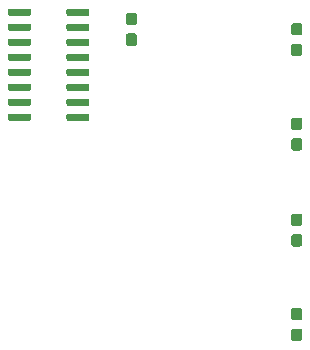
<source format=gbr>
G04 #@! TF.GenerationSoftware,KiCad,Pcbnew,5.1.5-52549c5~84~ubuntu18.04.1*
G04 #@! TF.CreationDate,2020-03-03T19:20:35-07:00*
G04 #@! TF.ProjectId,transmitter-test,7472616e-736d-4697-9474-65722d746573,rev?*
G04 #@! TF.SameCoordinates,Original*
G04 #@! TF.FileFunction,Paste,Top*
G04 #@! TF.FilePolarity,Positive*
%FSLAX46Y46*%
G04 Gerber Fmt 4.6, Leading zero omitted, Abs format (unit mm)*
G04 Created by KiCad (PCBNEW 5.1.5-52549c5~84~ubuntu18.04.1) date 2020-03-03 19:20:35*
%MOMM*%
%LPD*%
G04 APERTURE LIST*
%ADD10C,0.100000*%
G04 APERTURE END LIST*
D10*
G36*
X115314703Y-67255722D02*
G01*
X115329264Y-67257882D01*
X115343543Y-67261459D01*
X115357403Y-67266418D01*
X115370710Y-67272712D01*
X115383336Y-67280280D01*
X115395159Y-67289048D01*
X115406066Y-67298934D01*
X115415952Y-67309841D01*
X115424720Y-67321664D01*
X115432288Y-67334290D01*
X115438582Y-67347597D01*
X115443541Y-67361457D01*
X115447118Y-67375736D01*
X115449278Y-67390297D01*
X115450000Y-67405000D01*
X115450000Y-67705000D01*
X115449278Y-67719703D01*
X115447118Y-67734264D01*
X115443541Y-67748543D01*
X115438582Y-67762403D01*
X115432288Y-67775710D01*
X115424720Y-67788336D01*
X115415952Y-67800159D01*
X115406066Y-67811066D01*
X115395159Y-67820952D01*
X115383336Y-67829720D01*
X115370710Y-67837288D01*
X115357403Y-67843582D01*
X115343543Y-67848541D01*
X115329264Y-67852118D01*
X115314703Y-67854278D01*
X115300000Y-67855000D01*
X113650000Y-67855000D01*
X113635297Y-67854278D01*
X113620736Y-67852118D01*
X113606457Y-67848541D01*
X113592597Y-67843582D01*
X113579290Y-67837288D01*
X113566664Y-67829720D01*
X113554841Y-67820952D01*
X113543934Y-67811066D01*
X113534048Y-67800159D01*
X113525280Y-67788336D01*
X113517712Y-67775710D01*
X113511418Y-67762403D01*
X113506459Y-67748543D01*
X113502882Y-67734264D01*
X113500722Y-67719703D01*
X113500000Y-67705000D01*
X113500000Y-67405000D01*
X113500722Y-67390297D01*
X113502882Y-67375736D01*
X113506459Y-67361457D01*
X113511418Y-67347597D01*
X113517712Y-67334290D01*
X113525280Y-67321664D01*
X113534048Y-67309841D01*
X113543934Y-67298934D01*
X113554841Y-67289048D01*
X113566664Y-67280280D01*
X113579290Y-67272712D01*
X113592597Y-67266418D01*
X113606457Y-67261459D01*
X113620736Y-67257882D01*
X113635297Y-67255722D01*
X113650000Y-67255000D01*
X115300000Y-67255000D01*
X115314703Y-67255722D01*
G37*
G36*
X115314703Y-68525722D02*
G01*
X115329264Y-68527882D01*
X115343543Y-68531459D01*
X115357403Y-68536418D01*
X115370710Y-68542712D01*
X115383336Y-68550280D01*
X115395159Y-68559048D01*
X115406066Y-68568934D01*
X115415952Y-68579841D01*
X115424720Y-68591664D01*
X115432288Y-68604290D01*
X115438582Y-68617597D01*
X115443541Y-68631457D01*
X115447118Y-68645736D01*
X115449278Y-68660297D01*
X115450000Y-68675000D01*
X115450000Y-68975000D01*
X115449278Y-68989703D01*
X115447118Y-69004264D01*
X115443541Y-69018543D01*
X115438582Y-69032403D01*
X115432288Y-69045710D01*
X115424720Y-69058336D01*
X115415952Y-69070159D01*
X115406066Y-69081066D01*
X115395159Y-69090952D01*
X115383336Y-69099720D01*
X115370710Y-69107288D01*
X115357403Y-69113582D01*
X115343543Y-69118541D01*
X115329264Y-69122118D01*
X115314703Y-69124278D01*
X115300000Y-69125000D01*
X113650000Y-69125000D01*
X113635297Y-69124278D01*
X113620736Y-69122118D01*
X113606457Y-69118541D01*
X113592597Y-69113582D01*
X113579290Y-69107288D01*
X113566664Y-69099720D01*
X113554841Y-69090952D01*
X113543934Y-69081066D01*
X113534048Y-69070159D01*
X113525280Y-69058336D01*
X113517712Y-69045710D01*
X113511418Y-69032403D01*
X113506459Y-69018543D01*
X113502882Y-69004264D01*
X113500722Y-68989703D01*
X113500000Y-68975000D01*
X113500000Y-68675000D01*
X113500722Y-68660297D01*
X113502882Y-68645736D01*
X113506459Y-68631457D01*
X113511418Y-68617597D01*
X113517712Y-68604290D01*
X113525280Y-68591664D01*
X113534048Y-68579841D01*
X113543934Y-68568934D01*
X113554841Y-68559048D01*
X113566664Y-68550280D01*
X113579290Y-68542712D01*
X113592597Y-68536418D01*
X113606457Y-68531459D01*
X113620736Y-68527882D01*
X113635297Y-68525722D01*
X113650000Y-68525000D01*
X115300000Y-68525000D01*
X115314703Y-68525722D01*
G37*
G36*
X115314703Y-69795722D02*
G01*
X115329264Y-69797882D01*
X115343543Y-69801459D01*
X115357403Y-69806418D01*
X115370710Y-69812712D01*
X115383336Y-69820280D01*
X115395159Y-69829048D01*
X115406066Y-69838934D01*
X115415952Y-69849841D01*
X115424720Y-69861664D01*
X115432288Y-69874290D01*
X115438582Y-69887597D01*
X115443541Y-69901457D01*
X115447118Y-69915736D01*
X115449278Y-69930297D01*
X115450000Y-69945000D01*
X115450000Y-70245000D01*
X115449278Y-70259703D01*
X115447118Y-70274264D01*
X115443541Y-70288543D01*
X115438582Y-70302403D01*
X115432288Y-70315710D01*
X115424720Y-70328336D01*
X115415952Y-70340159D01*
X115406066Y-70351066D01*
X115395159Y-70360952D01*
X115383336Y-70369720D01*
X115370710Y-70377288D01*
X115357403Y-70383582D01*
X115343543Y-70388541D01*
X115329264Y-70392118D01*
X115314703Y-70394278D01*
X115300000Y-70395000D01*
X113650000Y-70395000D01*
X113635297Y-70394278D01*
X113620736Y-70392118D01*
X113606457Y-70388541D01*
X113592597Y-70383582D01*
X113579290Y-70377288D01*
X113566664Y-70369720D01*
X113554841Y-70360952D01*
X113543934Y-70351066D01*
X113534048Y-70340159D01*
X113525280Y-70328336D01*
X113517712Y-70315710D01*
X113511418Y-70302403D01*
X113506459Y-70288543D01*
X113502882Y-70274264D01*
X113500722Y-70259703D01*
X113500000Y-70245000D01*
X113500000Y-69945000D01*
X113500722Y-69930297D01*
X113502882Y-69915736D01*
X113506459Y-69901457D01*
X113511418Y-69887597D01*
X113517712Y-69874290D01*
X113525280Y-69861664D01*
X113534048Y-69849841D01*
X113543934Y-69838934D01*
X113554841Y-69829048D01*
X113566664Y-69820280D01*
X113579290Y-69812712D01*
X113592597Y-69806418D01*
X113606457Y-69801459D01*
X113620736Y-69797882D01*
X113635297Y-69795722D01*
X113650000Y-69795000D01*
X115300000Y-69795000D01*
X115314703Y-69795722D01*
G37*
G36*
X115314703Y-71065722D02*
G01*
X115329264Y-71067882D01*
X115343543Y-71071459D01*
X115357403Y-71076418D01*
X115370710Y-71082712D01*
X115383336Y-71090280D01*
X115395159Y-71099048D01*
X115406066Y-71108934D01*
X115415952Y-71119841D01*
X115424720Y-71131664D01*
X115432288Y-71144290D01*
X115438582Y-71157597D01*
X115443541Y-71171457D01*
X115447118Y-71185736D01*
X115449278Y-71200297D01*
X115450000Y-71215000D01*
X115450000Y-71515000D01*
X115449278Y-71529703D01*
X115447118Y-71544264D01*
X115443541Y-71558543D01*
X115438582Y-71572403D01*
X115432288Y-71585710D01*
X115424720Y-71598336D01*
X115415952Y-71610159D01*
X115406066Y-71621066D01*
X115395159Y-71630952D01*
X115383336Y-71639720D01*
X115370710Y-71647288D01*
X115357403Y-71653582D01*
X115343543Y-71658541D01*
X115329264Y-71662118D01*
X115314703Y-71664278D01*
X115300000Y-71665000D01*
X113650000Y-71665000D01*
X113635297Y-71664278D01*
X113620736Y-71662118D01*
X113606457Y-71658541D01*
X113592597Y-71653582D01*
X113579290Y-71647288D01*
X113566664Y-71639720D01*
X113554841Y-71630952D01*
X113543934Y-71621066D01*
X113534048Y-71610159D01*
X113525280Y-71598336D01*
X113517712Y-71585710D01*
X113511418Y-71572403D01*
X113506459Y-71558543D01*
X113502882Y-71544264D01*
X113500722Y-71529703D01*
X113500000Y-71515000D01*
X113500000Y-71215000D01*
X113500722Y-71200297D01*
X113502882Y-71185736D01*
X113506459Y-71171457D01*
X113511418Y-71157597D01*
X113517712Y-71144290D01*
X113525280Y-71131664D01*
X113534048Y-71119841D01*
X113543934Y-71108934D01*
X113554841Y-71099048D01*
X113566664Y-71090280D01*
X113579290Y-71082712D01*
X113592597Y-71076418D01*
X113606457Y-71071459D01*
X113620736Y-71067882D01*
X113635297Y-71065722D01*
X113650000Y-71065000D01*
X115300000Y-71065000D01*
X115314703Y-71065722D01*
G37*
G36*
X115314703Y-72335722D02*
G01*
X115329264Y-72337882D01*
X115343543Y-72341459D01*
X115357403Y-72346418D01*
X115370710Y-72352712D01*
X115383336Y-72360280D01*
X115395159Y-72369048D01*
X115406066Y-72378934D01*
X115415952Y-72389841D01*
X115424720Y-72401664D01*
X115432288Y-72414290D01*
X115438582Y-72427597D01*
X115443541Y-72441457D01*
X115447118Y-72455736D01*
X115449278Y-72470297D01*
X115450000Y-72485000D01*
X115450000Y-72785000D01*
X115449278Y-72799703D01*
X115447118Y-72814264D01*
X115443541Y-72828543D01*
X115438582Y-72842403D01*
X115432288Y-72855710D01*
X115424720Y-72868336D01*
X115415952Y-72880159D01*
X115406066Y-72891066D01*
X115395159Y-72900952D01*
X115383336Y-72909720D01*
X115370710Y-72917288D01*
X115357403Y-72923582D01*
X115343543Y-72928541D01*
X115329264Y-72932118D01*
X115314703Y-72934278D01*
X115300000Y-72935000D01*
X113650000Y-72935000D01*
X113635297Y-72934278D01*
X113620736Y-72932118D01*
X113606457Y-72928541D01*
X113592597Y-72923582D01*
X113579290Y-72917288D01*
X113566664Y-72909720D01*
X113554841Y-72900952D01*
X113543934Y-72891066D01*
X113534048Y-72880159D01*
X113525280Y-72868336D01*
X113517712Y-72855710D01*
X113511418Y-72842403D01*
X113506459Y-72828543D01*
X113502882Y-72814264D01*
X113500722Y-72799703D01*
X113500000Y-72785000D01*
X113500000Y-72485000D01*
X113500722Y-72470297D01*
X113502882Y-72455736D01*
X113506459Y-72441457D01*
X113511418Y-72427597D01*
X113517712Y-72414290D01*
X113525280Y-72401664D01*
X113534048Y-72389841D01*
X113543934Y-72378934D01*
X113554841Y-72369048D01*
X113566664Y-72360280D01*
X113579290Y-72352712D01*
X113592597Y-72346418D01*
X113606457Y-72341459D01*
X113620736Y-72337882D01*
X113635297Y-72335722D01*
X113650000Y-72335000D01*
X115300000Y-72335000D01*
X115314703Y-72335722D01*
G37*
G36*
X115314703Y-73605722D02*
G01*
X115329264Y-73607882D01*
X115343543Y-73611459D01*
X115357403Y-73616418D01*
X115370710Y-73622712D01*
X115383336Y-73630280D01*
X115395159Y-73639048D01*
X115406066Y-73648934D01*
X115415952Y-73659841D01*
X115424720Y-73671664D01*
X115432288Y-73684290D01*
X115438582Y-73697597D01*
X115443541Y-73711457D01*
X115447118Y-73725736D01*
X115449278Y-73740297D01*
X115450000Y-73755000D01*
X115450000Y-74055000D01*
X115449278Y-74069703D01*
X115447118Y-74084264D01*
X115443541Y-74098543D01*
X115438582Y-74112403D01*
X115432288Y-74125710D01*
X115424720Y-74138336D01*
X115415952Y-74150159D01*
X115406066Y-74161066D01*
X115395159Y-74170952D01*
X115383336Y-74179720D01*
X115370710Y-74187288D01*
X115357403Y-74193582D01*
X115343543Y-74198541D01*
X115329264Y-74202118D01*
X115314703Y-74204278D01*
X115300000Y-74205000D01*
X113650000Y-74205000D01*
X113635297Y-74204278D01*
X113620736Y-74202118D01*
X113606457Y-74198541D01*
X113592597Y-74193582D01*
X113579290Y-74187288D01*
X113566664Y-74179720D01*
X113554841Y-74170952D01*
X113543934Y-74161066D01*
X113534048Y-74150159D01*
X113525280Y-74138336D01*
X113517712Y-74125710D01*
X113511418Y-74112403D01*
X113506459Y-74098543D01*
X113502882Y-74084264D01*
X113500722Y-74069703D01*
X113500000Y-74055000D01*
X113500000Y-73755000D01*
X113500722Y-73740297D01*
X113502882Y-73725736D01*
X113506459Y-73711457D01*
X113511418Y-73697597D01*
X113517712Y-73684290D01*
X113525280Y-73671664D01*
X113534048Y-73659841D01*
X113543934Y-73648934D01*
X113554841Y-73639048D01*
X113566664Y-73630280D01*
X113579290Y-73622712D01*
X113592597Y-73616418D01*
X113606457Y-73611459D01*
X113620736Y-73607882D01*
X113635297Y-73605722D01*
X113650000Y-73605000D01*
X115300000Y-73605000D01*
X115314703Y-73605722D01*
G37*
G36*
X115314703Y-74875722D02*
G01*
X115329264Y-74877882D01*
X115343543Y-74881459D01*
X115357403Y-74886418D01*
X115370710Y-74892712D01*
X115383336Y-74900280D01*
X115395159Y-74909048D01*
X115406066Y-74918934D01*
X115415952Y-74929841D01*
X115424720Y-74941664D01*
X115432288Y-74954290D01*
X115438582Y-74967597D01*
X115443541Y-74981457D01*
X115447118Y-74995736D01*
X115449278Y-75010297D01*
X115450000Y-75025000D01*
X115450000Y-75325000D01*
X115449278Y-75339703D01*
X115447118Y-75354264D01*
X115443541Y-75368543D01*
X115438582Y-75382403D01*
X115432288Y-75395710D01*
X115424720Y-75408336D01*
X115415952Y-75420159D01*
X115406066Y-75431066D01*
X115395159Y-75440952D01*
X115383336Y-75449720D01*
X115370710Y-75457288D01*
X115357403Y-75463582D01*
X115343543Y-75468541D01*
X115329264Y-75472118D01*
X115314703Y-75474278D01*
X115300000Y-75475000D01*
X113650000Y-75475000D01*
X113635297Y-75474278D01*
X113620736Y-75472118D01*
X113606457Y-75468541D01*
X113592597Y-75463582D01*
X113579290Y-75457288D01*
X113566664Y-75449720D01*
X113554841Y-75440952D01*
X113543934Y-75431066D01*
X113534048Y-75420159D01*
X113525280Y-75408336D01*
X113517712Y-75395710D01*
X113511418Y-75382403D01*
X113506459Y-75368543D01*
X113502882Y-75354264D01*
X113500722Y-75339703D01*
X113500000Y-75325000D01*
X113500000Y-75025000D01*
X113500722Y-75010297D01*
X113502882Y-74995736D01*
X113506459Y-74981457D01*
X113511418Y-74967597D01*
X113517712Y-74954290D01*
X113525280Y-74941664D01*
X113534048Y-74929841D01*
X113543934Y-74918934D01*
X113554841Y-74909048D01*
X113566664Y-74900280D01*
X113579290Y-74892712D01*
X113592597Y-74886418D01*
X113606457Y-74881459D01*
X113620736Y-74877882D01*
X113635297Y-74875722D01*
X113650000Y-74875000D01*
X115300000Y-74875000D01*
X115314703Y-74875722D01*
G37*
G36*
X115314703Y-76145722D02*
G01*
X115329264Y-76147882D01*
X115343543Y-76151459D01*
X115357403Y-76156418D01*
X115370710Y-76162712D01*
X115383336Y-76170280D01*
X115395159Y-76179048D01*
X115406066Y-76188934D01*
X115415952Y-76199841D01*
X115424720Y-76211664D01*
X115432288Y-76224290D01*
X115438582Y-76237597D01*
X115443541Y-76251457D01*
X115447118Y-76265736D01*
X115449278Y-76280297D01*
X115450000Y-76295000D01*
X115450000Y-76595000D01*
X115449278Y-76609703D01*
X115447118Y-76624264D01*
X115443541Y-76638543D01*
X115438582Y-76652403D01*
X115432288Y-76665710D01*
X115424720Y-76678336D01*
X115415952Y-76690159D01*
X115406066Y-76701066D01*
X115395159Y-76710952D01*
X115383336Y-76719720D01*
X115370710Y-76727288D01*
X115357403Y-76733582D01*
X115343543Y-76738541D01*
X115329264Y-76742118D01*
X115314703Y-76744278D01*
X115300000Y-76745000D01*
X113650000Y-76745000D01*
X113635297Y-76744278D01*
X113620736Y-76742118D01*
X113606457Y-76738541D01*
X113592597Y-76733582D01*
X113579290Y-76727288D01*
X113566664Y-76719720D01*
X113554841Y-76710952D01*
X113543934Y-76701066D01*
X113534048Y-76690159D01*
X113525280Y-76678336D01*
X113517712Y-76665710D01*
X113511418Y-76652403D01*
X113506459Y-76638543D01*
X113502882Y-76624264D01*
X113500722Y-76609703D01*
X113500000Y-76595000D01*
X113500000Y-76295000D01*
X113500722Y-76280297D01*
X113502882Y-76265736D01*
X113506459Y-76251457D01*
X113511418Y-76237597D01*
X113517712Y-76224290D01*
X113525280Y-76211664D01*
X113534048Y-76199841D01*
X113543934Y-76188934D01*
X113554841Y-76179048D01*
X113566664Y-76170280D01*
X113579290Y-76162712D01*
X113592597Y-76156418D01*
X113606457Y-76151459D01*
X113620736Y-76147882D01*
X113635297Y-76145722D01*
X113650000Y-76145000D01*
X115300000Y-76145000D01*
X115314703Y-76145722D01*
G37*
G36*
X110364703Y-76145722D02*
G01*
X110379264Y-76147882D01*
X110393543Y-76151459D01*
X110407403Y-76156418D01*
X110420710Y-76162712D01*
X110433336Y-76170280D01*
X110445159Y-76179048D01*
X110456066Y-76188934D01*
X110465952Y-76199841D01*
X110474720Y-76211664D01*
X110482288Y-76224290D01*
X110488582Y-76237597D01*
X110493541Y-76251457D01*
X110497118Y-76265736D01*
X110499278Y-76280297D01*
X110500000Y-76295000D01*
X110500000Y-76595000D01*
X110499278Y-76609703D01*
X110497118Y-76624264D01*
X110493541Y-76638543D01*
X110488582Y-76652403D01*
X110482288Y-76665710D01*
X110474720Y-76678336D01*
X110465952Y-76690159D01*
X110456066Y-76701066D01*
X110445159Y-76710952D01*
X110433336Y-76719720D01*
X110420710Y-76727288D01*
X110407403Y-76733582D01*
X110393543Y-76738541D01*
X110379264Y-76742118D01*
X110364703Y-76744278D01*
X110350000Y-76745000D01*
X108700000Y-76745000D01*
X108685297Y-76744278D01*
X108670736Y-76742118D01*
X108656457Y-76738541D01*
X108642597Y-76733582D01*
X108629290Y-76727288D01*
X108616664Y-76719720D01*
X108604841Y-76710952D01*
X108593934Y-76701066D01*
X108584048Y-76690159D01*
X108575280Y-76678336D01*
X108567712Y-76665710D01*
X108561418Y-76652403D01*
X108556459Y-76638543D01*
X108552882Y-76624264D01*
X108550722Y-76609703D01*
X108550000Y-76595000D01*
X108550000Y-76295000D01*
X108550722Y-76280297D01*
X108552882Y-76265736D01*
X108556459Y-76251457D01*
X108561418Y-76237597D01*
X108567712Y-76224290D01*
X108575280Y-76211664D01*
X108584048Y-76199841D01*
X108593934Y-76188934D01*
X108604841Y-76179048D01*
X108616664Y-76170280D01*
X108629290Y-76162712D01*
X108642597Y-76156418D01*
X108656457Y-76151459D01*
X108670736Y-76147882D01*
X108685297Y-76145722D01*
X108700000Y-76145000D01*
X110350000Y-76145000D01*
X110364703Y-76145722D01*
G37*
G36*
X110364703Y-74875722D02*
G01*
X110379264Y-74877882D01*
X110393543Y-74881459D01*
X110407403Y-74886418D01*
X110420710Y-74892712D01*
X110433336Y-74900280D01*
X110445159Y-74909048D01*
X110456066Y-74918934D01*
X110465952Y-74929841D01*
X110474720Y-74941664D01*
X110482288Y-74954290D01*
X110488582Y-74967597D01*
X110493541Y-74981457D01*
X110497118Y-74995736D01*
X110499278Y-75010297D01*
X110500000Y-75025000D01*
X110500000Y-75325000D01*
X110499278Y-75339703D01*
X110497118Y-75354264D01*
X110493541Y-75368543D01*
X110488582Y-75382403D01*
X110482288Y-75395710D01*
X110474720Y-75408336D01*
X110465952Y-75420159D01*
X110456066Y-75431066D01*
X110445159Y-75440952D01*
X110433336Y-75449720D01*
X110420710Y-75457288D01*
X110407403Y-75463582D01*
X110393543Y-75468541D01*
X110379264Y-75472118D01*
X110364703Y-75474278D01*
X110350000Y-75475000D01*
X108700000Y-75475000D01*
X108685297Y-75474278D01*
X108670736Y-75472118D01*
X108656457Y-75468541D01*
X108642597Y-75463582D01*
X108629290Y-75457288D01*
X108616664Y-75449720D01*
X108604841Y-75440952D01*
X108593934Y-75431066D01*
X108584048Y-75420159D01*
X108575280Y-75408336D01*
X108567712Y-75395710D01*
X108561418Y-75382403D01*
X108556459Y-75368543D01*
X108552882Y-75354264D01*
X108550722Y-75339703D01*
X108550000Y-75325000D01*
X108550000Y-75025000D01*
X108550722Y-75010297D01*
X108552882Y-74995736D01*
X108556459Y-74981457D01*
X108561418Y-74967597D01*
X108567712Y-74954290D01*
X108575280Y-74941664D01*
X108584048Y-74929841D01*
X108593934Y-74918934D01*
X108604841Y-74909048D01*
X108616664Y-74900280D01*
X108629290Y-74892712D01*
X108642597Y-74886418D01*
X108656457Y-74881459D01*
X108670736Y-74877882D01*
X108685297Y-74875722D01*
X108700000Y-74875000D01*
X110350000Y-74875000D01*
X110364703Y-74875722D01*
G37*
G36*
X110364703Y-73605722D02*
G01*
X110379264Y-73607882D01*
X110393543Y-73611459D01*
X110407403Y-73616418D01*
X110420710Y-73622712D01*
X110433336Y-73630280D01*
X110445159Y-73639048D01*
X110456066Y-73648934D01*
X110465952Y-73659841D01*
X110474720Y-73671664D01*
X110482288Y-73684290D01*
X110488582Y-73697597D01*
X110493541Y-73711457D01*
X110497118Y-73725736D01*
X110499278Y-73740297D01*
X110500000Y-73755000D01*
X110500000Y-74055000D01*
X110499278Y-74069703D01*
X110497118Y-74084264D01*
X110493541Y-74098543D01*
X110488582Y-74112403D01*
X110482288Y-74125710D01*
X110474720Y-74138336D01*
X110465952Y-74150159D01*
X110456066Y-74161066D01*
X110445159Y-74170952D01*
X110433336Y-74179720D01*
X110420710Y-74187288D01*
X110407403Y-74193582D01*
X110393543Y-74198541D01*
X110379264Y-74202118D01*
X110364703Y-74204278D01*
X110350000Y-74205000D01*
X108700000Y-74205000D01*
X108685297Y-74204278D01*
X108670736Y-74202118D01*
X108656457Y-74198541D01*
X108642597Y-74193582D01*
X108629290Y-74187288D01*
X108616664Y-74179720D01*
X108604841Y-74170952D01*
X108593934Y-74161066D01*
X108584048Y-74150159D01*
X108575280Y-74138336D01*
X108567712Y-74125710D01*
X108561418Y-74112403D01*
X108556459Y-74098543D01*
X108552882Y-74084264D01*
X108550722Y-74069703D01*
X108550000Y-74055000D01*
X108550000Y-73755000D01*
X108550722Y-73740297D01*
X108552882Y-73725736D01*
X108556459Y-73711457D01*
X108561418Y-73697597D01*
X108567712Y-73684290D01*
X108575280Y-73671664D01*
X108584048Y-73659841D01*
X108593934Y-73648934D01*
X108604841Y-73639048D01*
X108616664Y-73630280D01*
X108629290Y-73622712D01*
X108642597Y-73616418D01*
X108656457Y-73611459D01*
X108670736Y-73607882D01*
X108685297Y-73605722D01*
X108700000Y-73605000D01*
X110350000Y-73605000D01*
X110364703Y-73605722D01*
G37*
G36*
X110364703Y-72335722D02*
G01*
X110379264Y-72337882D01*
X110393543Y-72341459D01*
X110407403Y-72346418D01*
X110420710Y-72352712D01*
X110433336Y-72360280D01*
X110445159Y-72369048D01*
X110456066Y-72378934D01*
X110465952Y-72389841D01*
X110474720Y-72401664D01*
X110482288Y-72414290D01*
X110488582Y-72427597D01*
X110493541Y-72441457D01*
X110497118Y-72455736D01*
X110499278Y-72470297D01*
X110500000Y-72485000D01*
X110500000Y-72785000D01*
X110499278Y-72799703D01*
X110497118Y-72814264D01*
X110493541Y-72828543D01*
X110488582Y-72842403D01*
X110482288Y-72855710D01*
X110474720Y-72868336D01*
X110465952Y-72880159D01*
X110456066Y-72891066D01*
X110445159Y-72900952D01*
X110433336Y-72909720D01*
X110420710Y-72917288D01*
X110407403Y-72923582D01*
X110393543Y-72928541D01*
X110379264Y-72932118D01*
X110364703Y-72934278D01*
X110350000Y-72935000D01*
X108700000Y-72935000D01*
X108685297Y-72934278D01*
X108670736Y-72932118D01*
X108656457Y-72928541D01*
X108642597Y-72923582D01*
X108629290Y-72917288D01*
X108616664Y-72909720D01*
X108604841Y-72900952D01*
X108593934Y-72891066D01*
X108584048Y-72880159D01*
X108575280Y-72868336D01*
X108567712Y-72855710D01*
X108561418Y-72842403D01*
X108556459Y-72828543D01*
X108552882Y-72814264D01*
X108550722Y-72799703D01*
X108550000Y-72785000D01*
X108550000Y-72485000D01*
X108550722Y-72470297D01*
X108552882Y-72455736D01*
X108556459Y-72441457D01*
X108561418Y-72427597D01*
X108567712Y-72414290D01*
X108575280Y-72401664D01*
X108584048Y-72389841D01*
X108593934Y-72378934D01*
X108604841Y-72369048D01*
X108616664Y-72360280D01*
X108629290Y-72352712D01*
X108642597Y-72346418D01*
X108656457Y-72341459D01*
X108670736Y-72337882D01*
X108685297Y-72335722D01*
X108700000Y-72335000D01*
X110350000Y-72335000D01*
X110364703Y-72335722D01*
G37*
G36*
X110364703Y-71065722D02*
G01*
X110379264Y-71067882D01*
X110393543Y-71071459D01*
X110407403Y-71076418D01*
X110420710Y-71082712D01*
X110433336Y-71090280D01*
X110445159Y-71099048D01*
X110456066Y-71108934D01*
X110465952Y-71119841D01*
X110474720Y-71131664D01*
X110482288Y-71144290D01*
X110488582Y-71157597D01*
X110493541Y-71171457D01*
X110497118Y-71185736D01*
X110499278Y-71200297D01*
X110500000Y-71215000D01*
X110500000Y-71515000D01*
X110499278Y-71529703D01*
X110497118Y-71544264D01*
X110493541Y-71558543D01*
X110488582Y-71572403D01*
X110482288Y-71585710D01*
X110474720Y-71598336D01*
X110465952Y-71610159D01*
X110456066Y-71621066D01*
X110445159Y-71630952D01*
X110433336Y-71639720D01*
X110420710Y-71647288D01*
X110407403Y-71653582D01*
X110393543Y-71658541D01*
X110379264Y-71662118D01*
X110364703Y-71664278D01*
X110350000Y-71665000D01*
X108700000Y-71665000D01*
X108685297Y-71664278D01*
X108670736Y-71662118D01*
X108656457Y-71658541D01*
X108642597Y-71653582D01*
X108629290Y-71647288D01*
X108616664Y-71639720D01*
X108604841Y-71630952D01*
X108593934Y-71621066D01*
X108584048Y-71610159D01*
X108575280Y-71598336D01*
X108567712Y-71585710D01*
X108561418Y-71572403D01*
X108556459Y-71558543D01*
X108552882Y-71544264D01*
X108550722Y-71529703D01*
X108550000Y-71515000D01*
X108550000Y-71215000D01*
X108550722Y-71200297D01*
X108552882Y-71185736D01*
X108556459Y-71171457D01*
X108561418Y-71157597D01*
X108567712Y-71144290D01*
X108575280Y-71131664D01*
X108584048Y-71119841D01*
X108593934Y-71108934D01*
X108604841Y-71099048D01*
X108616664Y-71090280D01*
X108629290Y-71082712D01*
X108642597Y-71076418D01*
X108656457Y-71071459D01*
X108670736Y-71067882D01*
X108685297Y-71065722D01*
X108700000Y-71065000D01*
X110350000Y-71065000D01*
X110364703Y-71065722D01*
G37*
G36*
X110364703Y-69795722D02*
G01*
X110379264Y-69797882D01*
X110393543Y-69801459D01*
X110407403Y-69806418D01*
X110420710Y-69812712D01*
X110433336Y-69820280D01*
X110445159Y-69829048D01*
X110456066Y-69838934D01*
X110465952Y-69849841D01*
X110474720Y-69861664D01*
X110482288Y-69874290D01*
X110488582Y-69887597D01*
X110493541Y-69901457D01*
X110497118Y-69915736D01*
X110499278Y-69930297D01*
X110500000Y-69945000D01*
X110500000Y-70245000D01*
X110499278Y-70259703D01*
X110497118Y-70274264D01*
X110493541Y-70288543D01*
X110488582Y-70302403D01*
X110482288Y-70315710D01*
X110474720Y-70328336D01*
X110465952Y-70340159D01*
X110456066Y-70351066D01*
X110445159Y-70360952D01*
X110433336Y-70369720D01*
X110420710Y-70377288D01*
X110407403Y-70383582D01*
X110393543Y-70388541D01*
X110379264Y-70392118D01*
X110364703Y-70394278D01*
X110350000Y-70395000D01*
X108700000Y-70395000D01*
X108685297Y-70394278D01*
X108670736Y-70392118D01*
X108656457Y-70388541D01*
X108642597Y-70383582D01*
X108629290Y-70377288D01*
X108616664Y-70369720D01*
X108604841Y-70360952D01*
X108593934Y-70351066D01*
X108584048Y-70340159D01*
X108575280Y-70328336D01*
X108567712Y-70315710D01*
X108561418Y-70302403D01*
X108556459Y-70288543D01*
X108552882Y-70274264D01*
X108550722Y-70259703D01*
X108550000Y-70245000D01*
X108550000Y-69945000D01*
X108550722Y-69930297D01*
X108552882Y-69915736D01*
X108556459Y-69901457D01*
X108561418Y-69887597D01*
X108567712Y-69874290D01*
X108575280Y-69861664D01*
X108584048Y-69849841D01*
X108593934Y-69838934D01*
X108604841Y-69829048D01*
X108616664Y-69820280D01*
X108629290Y-69812712D01*
X108642597Y-69806418D01*
X108656457Y-69801459D01*
X108670736Y-69797882D01*
X108685297Y-69795722D01*
X108700000Y-69795000D01*
X110350000Y-69795000D01*
X110364703Y-69795722D01*
G37*
G36*
X110364703Y-68525722D02*
G01*
X110379264Y-68527882D01*
X110393543Y-68531459D01*
X110407403Y-68536418D01*
X110420710Y-68542712D01*
X110433336Y-68550280D01*
X110445159Y-68559048D01*
X110456066Y-68568934D01*
X110465952Y-68579841D01*
X110474720Y-68591664D01*
X110482288Y-68604290D01*
X110488582Y-68617597D01*
X110493541Y-68631457D01*
X110497118Y-68645736D01*
X110499278Y-68660297D01*
X110500000Y-68675000D01*
X110500000Y-68975000D01*
X110499278Y-68989703D01*
X110497118Y-69004264D01*
X110493541Y-69018543D01*
X110488582Y-69032403D01*
X110482288Y-69045710D01*
X110474720Y-69058336D01*
X110465952Y-69070159D01*
X110456066Y-69081066D01*
X110445159Y-69090952D01*
X110433336Y-69099720D01*
X110420710Y-69107288D01*
X110407403Y-69113582D01*
X110393543Y-69118541D01*
X110379264Y-69122118D01*
X110364703Y-69124278D01*
X110350000Y-69125000D01*
X108700000Y-69125000D01*
X108685297Y-69124278D01*
X108670736Y-69122118D01*
X108656457Y-69118541D01*
X108642597Y-69113582D01*
X108629290Y-69107288D01*
X108616664Y-69099720D01*
X108604841Y-69090952D01*
X108593934Y-69081066D01*
X108584048Y-69070159D01*
X108575280Y-69058336D01*
X108567712Y-69045710D01*
X108561418Y-69032403D01*
X108556459Y-69018543D01*
X108552882Y-69004264D01*
X108550722Y-68989703D01*
X108550000Y-68975000D01*
X108550000Y-68675000D01*
X108550722Y-68660297D01*
X108552882Y-68645736D01*
X108556459Y-68631457D01*
X108561418Y-68617597D01*
X108567712Y-68604290D01*
X108575280Y-68591664D01*
X108584048Y-68579841D01*
X108593934Y-68568934D01*
X108604841Y-68559048D01*
X108616664Y-68550280D01*
X108629290Y-68542712D01*
X108642597Y-68536418D01*
X108656457Y-68531459D01*
X108670736Y-68527882D01*
X108685297Y-68525722D01*
X108700000Y-68525000D01*
X110350000Y-68525000D01*
X110364703Y-68525722D01*
G37*
G36*
X110364703Y-67255722D02*
G01*
X110379264Y-67257882D01*
X110393543Y-67261459D01*
X110407403Y-67266418D01*
X110420710Y-67272712D01*
X110433336Y-67280280D01*
X110445159Y-67289048D01*
X110456066Y-67298934D01*
X110465952Y-67309841D01*
X110474720Y-67321664D01*
X110482288Y-67334290D01*
X110488582Y-67347597D01*
X110493541Y-67361457D01*
X110497118Y-67375736D01*
X110499278Y-67390297D01*
X110500000Y-67405000D01*
X110500000Y-67705000D01*
X110499278Y-67719703D01*
X110497118Y-67734264D01*
X110493541Y-67748543D01*
X110488582Y-67762403D01*
X110482288Y-67775710D01*
X110474720Y-67788336D01*
X110465952Y-67800159D01*
X110456066Y-67811066D01*
X110445159Y-67820952D01*
X110433336Y-67829720D01*
X110420710Y-67837288D01*
X110407403Y-67843582D01*
X110393543Y-67848541D01*
X110379264Y-67852118D01*
X110364703Y-67854278D01*
X110350000Y-67855000D01*
X108700000Y-67855000D01*
X108685297Y-67854278D01*
X108670736Y-67852118D01*
X108656457Y-67848541D01*
X108642597Y-67843582D01*
X108629290Y-67837288D01*
X108616664Y-67829720D01*
X108604841Y-67820952D01*
X108593934Y-67811066D01*
X108584048Y-67800159D01*
X108575280Y-67788336D01*
X108567712Y-67775710D01*
X108561418Y-67762403D01*
X108556459Y-67748543D01*
X108552882Y-67734264D01*
X108550722Y-67719703D01*
X108550000Y-67705000D01*
X108550000Y-67405000D01*
X108550722Y-67390297D01*
X108552882Y-67375736D01*
X108556459Y-67361457D01*
X108561418Y-67347597D01*
X108567712Y-67334290D01*
X108575280Y-67321664D01*
X108584048Y-67309841D01*
X108593934Y-67298934D01*
X108604841Y-67289048D01*
X108616664Y-67280280D01*
X108629290Y-67272712D01*
X108642597Y-67266418D01*
X108656457Y-67261459D01*
X108670736Y-67257882D01*
X108685297Y-67255722D01*
X108700000Y-67255000D01*
X110350000Y-67255000D01*
X110364703Y-67255722D01*
G37*
G36*
X133260779Y-92601144D02*
G01*
X133283834Y-92604563D01*
X133306443Y-92610227D01*
X133328387Y-92618079D01*
X133349457Y-92628044D01*
X133369448Y-92640026D01*
X133388168Y-92653910D01*
X133405438Y-92669562D01*
X133421090Y-92686832D01*
X133434974Y-92705552D01*
X133446956Y-92725543D01*
X133456921Y-92746613D01*
X133464773Y-92768557D01*
X133470437Y-92791166D01*
X133473856Y-92814221D01*
X133475000Y-92837500D01*
X133475000Y-93412500D01*
X133473856Y-93435779D01*
X133470437Y-93458834D01*
X133464773Y-93481443D01*
X133456921Y-93503387D01*
X133446956Y-93524457D01*
X133434974Y-93544448D01*
X133421090Y-93563168D01*
X133405438Y-93580438D01*
X133388168Y-93596090D01*
X133369448Y-93609974D01*
X133349457Y-93621956D01*
X133328387Y-93631921D01*
X133306443Y-93639773D01*
X133283834Y-93645437D01*
X133260779Y-93648856D01*
X133237500Y-93650000D01*
X132762500Y-93650000D01*
X132739221Y-93648856D01*
X132716166Y-93645437D01*
X132693557Y-93639773D01*
X132671613Y-93631921D01*
X132650543Y-93621956D01*
X132630552Y-93609974D01*
X132611832Y-93596090D01*
X132594562Y-93580438D01*
X132578910Y-93563168D01*
X132565026Y-93544448D01*
X132553044Y-93524457D01*
X132543079Y-93503387D01*
X132535227Y-93481443D01*
X132529563Y-93458834D01*
X132526144Y-93435779D01*
X132525000Y-93412500D01*
X132525000Y-92837500D01*
X132526144Y-92814221D01*
X132529563Y-92791166D01*
X132535227Y-92768557D01*
X132543079Y-92746613D01*
X132553044Y-92725543D01*
X132565026Y-92705552D01*
X132578910Y-92686832D01*
X132594562Y-92669562D01*
X132611832Y-92653910D01*
X132630552Y-92640026D01*
X132650543Y-92628044D01*
X132671613Y-92618079D01*
X132693557Y-92610227D01*
X132716166Y-92604563D01*
X132739221Y-92601144D01*
X132762500Y-92600000D01*
X133237500Y-92600000D01*
X133260779Y-92601144D01*
G37*
G36*
X133260779Y-94351144D02*
G01*
X133283834Y-94354563D01*
X133306443Y-94360227D01*
X133328387Y-94368079D01*
X133349457Y-94378044D01*
X133369448Y-94390026D01*
X133388168Y-94403910D01*
X133405438Y-94419562D01*
X133421090Y-94436832D01*
X133434974Y-94455552D01*
X133446956Y-94475543D01*
X133456921Y-94496613D01*
X133464773Y-94518557D01*
X133470437Y-94541166D01*
X133473856Y-94564221D01*
X133475000Y-94587500D01*
X133475000Y-95162500D01*
X133473856Y-95185779D01*
X133470437Y-95208834D01*
X133464773Y-95231443D01*
X133456921Y-95253387D01*
X133446956Y-95274457D01*
X133434974Y-95294448D01*
X133421090Y-95313168D01*
X133405438Y-95330438D01*
X133388168Y-95346090D01*
X133369448Y-95359974D01*
X133349457Y-95371956D01*
X133328387Y-95381921D01*
X133306443Y-95389773D01*
X133283834Y-95395437D01*
X133260779Y-95398856D01*
X133237500Y-95400000D01*
X132762500Y-95400000D01*
X132739221Y-95398856D01*
X132716166Y-95395437D01*
X132693557Y-95389773D01*
X132671613Y-95381921D01*
X132650543Y-95371956D01*
X132630552Y-95359974D01*
X132611832Y-95346090D01*
X132594562Y-95330438D01*
X132578910Y-95313168D01*
X132565026Y-95294448D01*
X132553044Y-95274457D01*
X132543079Y-95253387D01*
X132535227Y-95231443D01*
X132529563Y-95208834D01*
X132526144Y-95185779D01*
X132525000Y-95162500D01*
X132525000Y-94587500D01*
X132526144Y-94564221D01*
X132529563Y-94541166D01*
X132535227Y-94518557D01*
X132543079Y-94496613D01*
X132553044Y-94475543D01*
X132565026Y-94455552D01*
X132578910Y-94436832D01*
X132594562Y-94419562D01*
X132611832Y-94403910D01*
X132630552Y-94390026D01*
X132650543Y-94378044D01*
X132671613Y-94368079D01*
X132693557Y-94360227D01*
X132716166Y-94354563D01*
X132739221Y-94351144D01*
X132762500Y-94350000D01*
X133237500Y-94350000D01*
X133260779Y-94351144D01*
G37*
G36*
X133260779Y-84601144D02*
G01*
X133283834Y-84604563D01*
X133306443Y-84610227D01*
X133328387Y-84618079D01*
X133349457Y-84628044D01*
X133369448Y-84640026D01*
X133388168Y-84653910D01*
X133405438Y-84669562D01*
X133421090Y-84686832D01*
X133434974Y-84705552D01*
X133446956Y-84725543D01*
X133456921Y-84746613D01*
X133464773Y-84768557D01*
X133470437Y-84791166D01*
X133473856Y-84814221D01*
X133475000Y-84837500D01*
X133475000Y-85412500D01*
X133473856Y-85435779D01*
X133470437Y-85458834D01*
X133464773Y-85481443D01*
X133456921Y-85503387D01*
X133446956Y-85524457D01*
X133434974Y-85544448D01*
X133421090Y-85563168D01*
X133405438Y-85580438D01*
X133388168Y-85596090D01*
X133369448Y-85609974D01*
X133349457Y-85621956D01*
X133328387Y-85631921D01*
X133306443Y-85639773D01*
X133283834Y-85645437D01*
X133260779Y-85648856D01*
X133237500Y-85650000D01*
X132762500Y-85650000D01*
X132739221Y-85648856D01*
X132716166Y-85645437D01*
X132693557Y-85639773D01*
X132671613Y-85631921D01*
X132650543Y-85621956D01*
X132630552Y-85609974D01*
X132611832Y-85596090D01*
X132594562Y-85580438D01*
X132578910Y-85563168D01*
X132565026Y-85544448D01*
X132553044Y-85524457D01*
X132543079Y-85503387D01*
X132535227Y-85481443D01*
X132529563Y-85458834D01*
X132526144Y-85435779D01*
X132525000Y-85412500D01*
X132525000Y-84837500D01*
X132526144Y-84814221D01*
X132529563Y-84791166D01*
X132535227Y-84768557D01*
X132543079Y-84746613D01*
X132553044Y-84725543D01*
X132565026Y-84705552D01*
X132578910Y-84686832D01*
X132594562Y-84669562D01*
X132611832Y-84653910D01*
X132630552Y-84640026D01*
X132650543Y-84628044D01*
X132671613Y-84618079D01*
X132693557Y-84610227D01*
X132716166Y-84604563D01*
X132739221Y-84601144D01*
X132762500Y-84600000D01*
X133237500Y-84600000D01*
X133260779Y-84601144D01*
G37*
G36*
X133260779Y-86351144D02*
G01*
X133283834Y-86354563D01*
X133306443Y-86360227D01*
X133328387Y-86368079D01*
X133349457Y-86378044D01*
X133369448Y-86390026D01*
X133388168Y-86403910D01*
X133405438Y-86419562D01*
X133421090Y-86436832D01*
X133434974Y-86455552D01*
X133446956Y-86475543D01*
X133456921Y-86496613D01*
X133464773Y-86518557D01*
X133470437Y-86541166D01*
X133473856Y-86564221D01*
X133475000Y-86587500D01*
X133475000Y-87162500D01*
X133473856Y-87185779D01*
X133470437Y-87208834D01*
X133464773Y-87231443D01*
X133456921Y-87253387D01*
X133446956Y-87274457D01*
X133434974Y-87294448D01*
X133421090Y-87313168D01*
X133405438Y-87330438D01*
X133388168Y-87346090D01*
X133369448Y-87359974D01*
X133349457Y-87371956D01*
X133328387Y-87381921D01*
X133306443Y-87389773D01*
X133283834Y-87395437D01*
X133260779Y-87398856D01*
X133237500Y-87400000D01*
X132762500Y-87400000D01*
X132739221Y-87398856D01*
X132716166Y-87395437D01*
X132693557Y-87389773D01*
X132671613Y-87381921D01*
X132650543Y-87371956D01*
X132630552Y-87359974D01*
X132611832Y-87346090D01*
X132594562Y-87330438D01*
X132578910Y-87313168D01*
X132565026Y-87294448D01*
X132553044Y-87274457D01*
X132543079Y-87253387D01*
X132535227Y-87231443D01*
X132529563Y-87208834D01*
X132526144Y-87185779D01*
X132525000Y-87162500D01*
X132525000Y-86587500D01*
X132526144Y-86564221D01*
X132529563Y-86541166D01*
X132535227Y-86518557D01*
X132543079Y-86496613D01*
X132553044Y-86475543D01*
X132565026Y-86455552D01*
X132578910Y-86436832D01*
X132594562Y-86419562D01*
X132611832Y-86403910D01*
X132630552Y-86390026D01*
X132650543Y-86378044D01*
X132671613Y-86368079D01*
X132693557Y-86360227D01*
X132716166Y-86354563D01*
X132739221Y-86351144D01*
X132762500Y-86350000D01*
X133237500Y-86350000D01*
X133260779Y-86351144D01*
G37*
G36*
X133260779Y-76476144D02*
G01*
X133283834Y-76479563D01*
X133306443Y-76485227D01*
X133328387Y-76493079D01*
X133349457Y-76503044D01*
X133369448Y-76515026D01*
X133388168Y-76528910D01*
X133405438Y-76544562D01*
X133421090Y-76561832D01*
X133434974Y-76580552D01*
X133446956Y-76600543D01*
X133456921Y-76621613D01*
X133464773Y-76643557D01*
X133470437Y-76666166D01*
X133473856Y-76689221D01*
X133475000Y-76712500D01*
X133475000Y-77287500D01*
X133473856Y-77310779D01*
X133470437Y-77333834D01*
X133464773Y-77356443D01*
X133456921Y-77378387D01*
X133446956Y-77399457D01*
X133434974Y-77419448D01*
X133421090Y-77438168D01*
X133405438Y-77455438D01*
X133388168Y-77471090D01*
X133369448Y-77484974D01*
X133349457Y-77496956D01*
X133328387Y-77506921D01*
X133306443Y-77514773D01*
X133283834Y-77520437D01*
X133260779Y-77523856D01*
X133237500Y-77525000D01*
X132762500Y-77525000D01*
X132739221Y-77523856D01*
X132716166Y-77520437D01*
X132693557Y-77514773D01*
X132671613Y-77506921D01*
X132650543Y-77496956D01*
X132630552Y-77484974D01*
X132611832Y-77471090D01*
X132594562Y-77455438D01*
X132578910Y-77438168D01*
X132565026Y-77419448D01*
X132553044Y-77399457D01*
X132543079Y-77378387D01*
X132535227Y-77356443D01*
X132529563Y-77333834D01*
X132526144Y-77310779D01*
X132525000Y-77287500D01*
X132525000Y-76712500D01*
X132526144Y-76689221D01*
X132529563Y-76666166D01*
X132535227Y-76643557D01*
X132543079Y-76621613D01*
X132553044Y-76600543D01*
X132565026Y-76580552D01*
X132578910Y-76561832D01*
X132594562Y-76544562D01*
X132611832Y-76528910D01*
X132630552Y-76515026D01*
X132650543Y-76503044D01*
X132671613Y-76493079D01*
X132693557Y-76485227D01*
X132716166Y-76479563D01*
X132739221Y-76476144D01*
X132762500Y-76475000D01*
X133237500Y-76475000D01*
X133260779Y-76476144D01*
G37*
G36*
X133260779Y-78226144D02*
G01*
X133283834Y-78229563D01*
X133306443Y-78235227D01*
X133328387Y-78243079D01*
X133349457Y-78253044D01*
X133369448Y-78265026D01*
X133388168Y-78278910D01*
X133405438Y-78294562D01*
X133421090Y-78311832D01*
X133434974Y-78330552D01*
X133446956Y-78350543D01*
X133456921Y-78371613D01*
X133464773Y-78393557D01*
X133470437Y-78416166D01*
X133473856Y-78439221D01*
X133475000Y-78462500D01*
X133475000Y-79037500D01*
X133473856Y-79060779D01*
X133470437Y-79083834D01*
X133464773Y-79106443D01*
X133456921Y-79128387D01*
X133446956Y-79149457D01*
X133434974Y-79169448D01*
X133421090Y-79188168D01*
X133405438Y-79205438D01*
X133388168Y-79221090D01*
X133369448Y-79234974D01*
X133349457Y-79246956D01*
X133328387Y-79256921D01*
X133306443Y-79264773D01*
X133283834Y-79270437D01*
X133260779Y-79273856D01*
X133237500Y-79275000D01*
X132762500Y-79275000D01*
X132739221Y-79273856D01*
X132716166Y-79270437D01*
X132693557Y-79264773D01*
X132671613Y-79256921D01*
X132650543Y-79246956D01*
X132630552Y-79234974D01*
X132611832Y-79221090D01*
X132594562Y-79205438D01*
X132578910Y-79188168D01*
X132565026Y-79169448D01*
X132553044Y-79149457D01*
X132543079Y-79128387D01*
X132535227Y-79106443D01*
X132529563Y-79083834D01*
X132526144Y-79060779D01*
X132525000Y-79037500D01*
X132525000Y-78462500D01*
X132526144Y-78439221D01*
X132529563Y-78416166D01*
X132535227Y-78393557D01*
X132543079Y-78371613D01*
X132553044Y-78350543D01*
X132565026Y-78330552D01*
X132578910Y-78311832D01*
X132594562Y-78294562D01*
X132611832Y-78278910D01*
X132630552Y-78265026D01*
X132650543Y-78253044D01*
X132671613Y-78243079D01*
X132693557Y-78235227D01*
X132716166Y-78229563D01*
X132739221Y-78226144D01*
X132762500Y-78225000D01*
X133237500Y-78225000D01*
X133260779Y-78226144D01*
G37*
G36*
X133260779Y-68476144D02*
G01*
X133283834Y-68479563D01*
X133306443Y-68485227D01*
X133328387Y-68493079D01*
X133349457Y-68503044D01*
X133369448Y-68515026D01*
X133388168Y-68528910D01*
X133405438Y-68544562D01*
X133421090Y-68561832D01*
X133434974Y-68580552D01*
X133446956Y-68600543D01*
X133456921Y-68621613D01*
X133464773Y-68643557D01*
X133470437Y-68666166D01*
X133473856Y-68689221D01*
X133475000Y-68712500D01*
X133475000Y-69287500D01*
X133473856Y-69310779D01*
X133470437Y-69333834D01*
X133464773Y-69356443D01*
X133456921Y-69378387D01*
X133446956Y-69399457D01*
X133434974Y-69419448D01*
X133421090Y-69438168D01*
X133405438Y-69455438D01*
X133388168Y-69471090D01*
X133369448Y-69484974D01*
X133349457Y-69496956D01*
X133328387Y-69506921D01*
X133306443Y-69514773D01*
X133283834Y-69520437D01*
X133260779Y-69523856D01*
X133237500Y-69525000D01*
X132762500Y-69525000D01*
X132739221Y-69523856D01*
X132716166Y-69520437D01*
X132693557Y-69514773D01*
X132671613Y-69506921D01*
X132650543Y-69496956D01*
X132630552Y-69484974D01*
X132611832Y-69471090D01*
X132594562Y-69455438D01*
X132578910Y-69438168D01*
X132565026Y-69419448D01*
X132553044Y-69399457D01*
X132543079Y-69378387D01*
X132535227Y-69356443D01*
X132529563Y-69333834D01*
X132526144Y-69310779D01*
X132525000Y-69287500D01*
X132525000Y-68712500D01*
X132526144Y-68689221D01*
X132529563Y-68666166D01*
X132535227Y-68643557D01*
X132543079Y-68621613D01*
X132553044Y-68600543D01*
X132565026Y-68580552D01*
X132578910Y-68561832D01*
X132594562Y-68544562D01*
X132611832Y-68528910D01*
X132630552Y-68515026D01*
X132650543Y-68503044D01*
X132671613Y-68493079D01*
X132693557Y-68485227D01*
X132716166Y-68479563D01*
X132739221Y-68476144D01*
X132762500Y-68475000D01*
X133237500Y-68475000D01*
X133260779Y-68476144D01*
G37*
G36*
X133260779Y-70226144D02*
G01*
X133283834Y-70229563D01*
X133306443Y-70235227D01*
X133328387Y-70243079D01*
X133349457Y-70253044D01*
X133369448Y-70265026D01*
X133388168Y-70278910D01*
X133405438Y-70294562D01*
X133421090Y-70311832D01*
X133434974Y-70330552D01*
X133446956Y-70350543D01*
X133456921Y-70371613D01*
X133464773Y-70393557D01*
X133470437Y-70416166D01*
X133473856Y-70439221D01*
X133475000Y-70462500D01*
X133475000Y-71037500D01*
X133473856Y-71060779D01*
X133470437Y-71083834D01*
X133464773Y-71106443D01*
X133456921Y-71128387D01*
X133446956Y-71149457D01*
X133434974Y-71169448D01*
X133421090Y-71188168D01*
X133405438Y-71205438D01*
X133388168Y-71221090D01*
X133369448Y-71234974D01*
X133349457Y-71246956D01*
X133328387Y-71256921D01*
X133306443Y-71264773D01*
X133283834Y-71270437D01*
X133260779Y-71273856D01*
X133237500Y-71275000D01*
X132762500Y-71275000D01*
X132739221Y-71273856D01*
X132716166Y-71270437D01*
X132693557Y-71264773D01*
X132671613Y-71256921D01*
X132650543Y-71246956D01*
X132630552Y-71234974D01*
X132611832Y-71221090D01*
X132594562Y-71205438D01*
X132578910Y-71188168D01*
X132565026Y-71169448D01*
X132553044Y-71149457D01*
X132543079Y-71128387D01*
X132535227Y-71106443D01*
X132529563Y-71083834D01*
X132526144Y-71060779D01*
X132525000Y-71037500D01*
X132525000Y-70462500D01*
X132526144Y-70439221D01*
X132529563Y-70416166D01*
X132535227Y-70393557D01*
X132543079Y-70371613D01*
X132553044Y-70350543D01*
X132565026Y-70330552D01*
X132578910Y-70311832D01*
X132594562Y-70294562D01*
X132611832Y-70278910D01*
X132630552Y-70265026D01*
X132650543Y-70253044D01*
X132671613Y-70243079D01*
X132693557Y-70235227D01*
X132716166Y-70229563D01*
X132739221Y-70226144D01*
X132762500Y-70225000D01*
X133237500Y-70225000D01*
X133260779Y-70226144D01*
G37*
G36*
X119260779Y-69351144D02*
G01*
X119283834Y-69354563D01*
X119306443Y-69360227D01*
X119328387Y-69368079D01*
X119349457Y-69378044D01*
X119369448Y-69390026D01*
X119388168Y-69403910D01*
X119405438Y-69419562D01*
X119421090Y-69436832D01*
X119434974Y-69455552D01*
X119446956Y-69475543D01*
X119456921Y-69496613D01*
X119464773Y-69518557D01*
X119470437Y-69541166D01*
X119473856Y-69564221D01*
X119475000Y-69587500D01*
X119475000Y-70162500D01*
X119473856Y-70185779D01*
X119470437Y-70208834D01*
X119464773Y-70231443D01*
X119456921Y-70253387D01*
X119446956Y-70274457D01*
X119434974Y-70294448D01*
X119421090Y-70313168D01*
X119405438Y-70330438D01*
X119388168Y-70346090D01*
X119369448Y-70359974D01*
X119349457Y-70371956D01*
X119328387Y-70381921D01*
X119306443Y-70389773D01*
X119283834Y-70395437D01*
X119260779Y-70398856D01*
X119237500Y-70400000D01*
X118762500Y-70400000D01*
X118739221Y-70398856D01*
X118716166Y-70395437D01*
X118693557Y-70389773D01*
X118671613Y-70381921D01*
X118650543Y-70371956D01*
X118630552Y-70359974D01*
X118611832Y-70346090D01*
X118594562Y-70330438D01*
X118578910Y-70313168D01*
X118565026Y-70294448D01*
X118553044Y-70274457D01*
X118543079Y-70253387D01*
X118535227Y-70231443D01*
X118529563Y-70208834D01*
X118526144Y-70185779D01*
X118525000Y-70162500D01*
X118525000Y-69587500D01*
X118526144Y-69564221D01*
X118529563Y-69541166D01*
X118535227Y-69518557D01*
X118543079Y-69496613D01*
X118553044Y-69475543D01*
X118565026Y-69455552D01*
X118578910Y-69436832D01*
X118594562Y-69419562D01*
X118611832Y-69403910D01*
X118630552Y-69390026D01*
X118650543Y-69378044D01*
X118671613Y-69368079D01*
X118693557Y-69360227D01*
X118716166Y-69354563D01*
X118739221Y-69351144D01*
X118762500Y-69350000D01*
X119237500Y-69350000D01*
X119260779Y-69351144D01*
G37*
G36*
X119260779Y-67601144D02*
G01*
X119283834Y-67604563D01*
X119306443Y-67610227D01*
X119328387Y-67618079D01*
X119349457Y-67628044D01*
X119369448Y-67640026D01*
X119388168Y-67653910D01*
X119405438Y-67669562D01*
X119421090Y-67686832D01*
X119434974Y-67705552D01*
X119446956Y-67725543D01*
X119456921Y-67746613D01*
X119464773Y-67768557D01*
X119470437Y-67791166D01*
X119473856Y-67814221D01*
X119475000Y-67837500D01*
X119475000Y-68412500D01*
X119473856Y-68435779D01*
X119470437Y-68458834D01*
X119464773Y-68481443D01*
X119456921Y-68503387D01*
X119446956Y-68524457D01*
X119434974Y-68544448D01*
X119421090Y-68563168D01*
X119405438Y-68580438D01*
X119388168Y-68596090D01*
X119369448Y-68609974D01*
X119349457Y-68621956D01*
X119328387Y-68631921D01*
X119306443Y-68639773D01*
X119283834Y-68645437D01*
X119260779Y-68648856D01*
X119237500Y-68650000D01*
X118762500Y-68650000D01*
X118739221Y-68648856D01*
X118716166Y-68645437D01*
X118693557Y-68639773D01*
X118671613Y-68631921D01*
X118650543Y-68621956D01*
X118630552Y-68609974D01*
X118611832Y-68596090D01*
X118594562Y-68580438D01*
X118578910Y-68563168D01*
X118565026Y-68544448D01*
X118553044Y-68524457D01*
X118543079Y-68503387D01*
X118535227Y-68481443D01*
X118529563Y-68458834D01*
X118526144Y-68435779D01*
X118525000Y-68412500D01*
X118525000Y-67837500D01*
X118526144Y-67814221D01*
X118529563Y-67791166D01*
X118535227Y-67768557D01*
X118543079Y-67746613D01*
X118553044Y-67725543D01*
X118565026Y-67705552D01*
X118578910Y-67686832D01*
X118594562Y-67669562D01*
X118611832Y-67653910D01*
X118630552Y-67640026D01*
X118650543Y-67628044D01*
X118671613Y-67618079D01*
X118693557Y-67610227D01*
X118716166Y-67604563D01*
X118739221Y-67601144D01*
X118762500Y-67600000D01*
X119237500Y-67600000D01*
X119260779Y-67601144D01*
G37*
M02*

</source>
